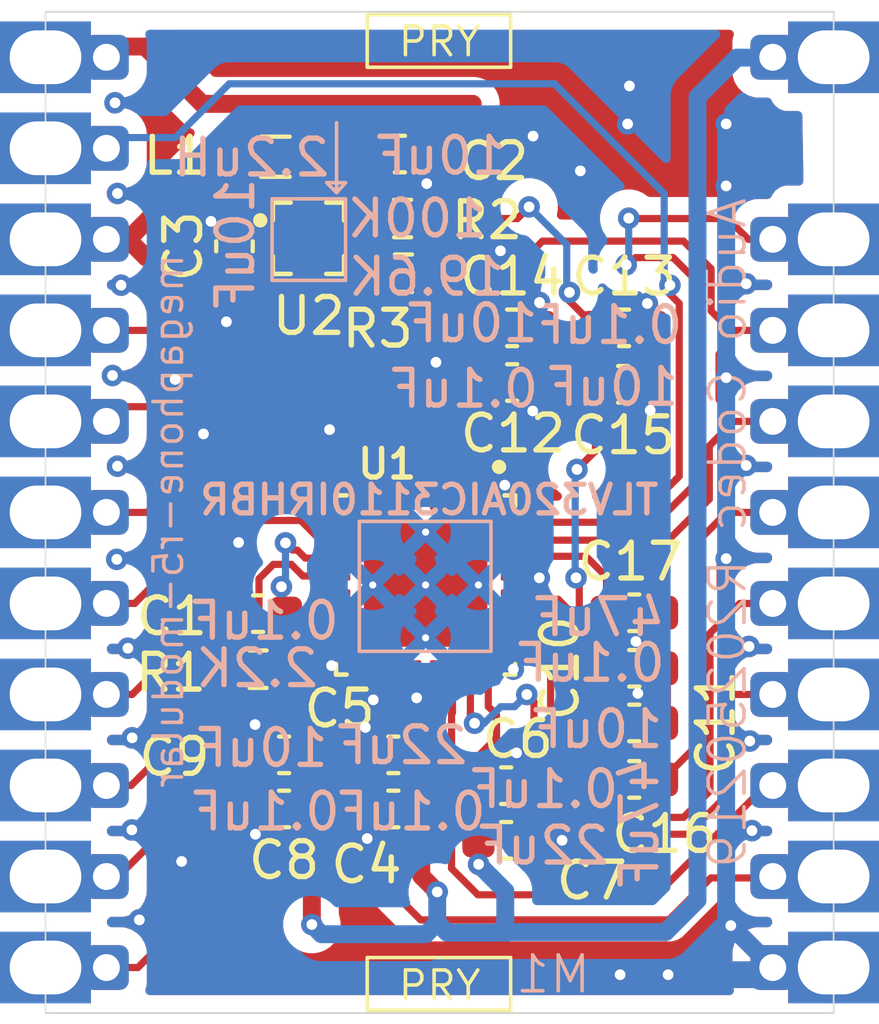
<source format=kicad_pcb>
(kicad_pcb (version 20241229) (generator "pcbnew") (generator_version "9.0")
  (layers (0 "F.Cu" signal) (2 "B.Cu" signal) (13 "F.Paste" user) (15 "B.Paste" user) (5 "F.SilkS" user "F.Silkscreen") (7 "B.SilkS" user "B.Silkscreen") (1 "F.Mask" user) (3 "B.Mask" user) (25 "Edge.Cuts" user))
  (net 0 "")
  (net 1 "DECOUPLE4")
  (net 2 "Net-(U1-MIC1RP)")
  (net 3 "GND")
  (net 4 "DECOUPLE1")
  (net 5 "SPEAKER_L_P")
  (net 6 "Net-(U1-HPR)")
  (net 7 "I2S_MCLK")
  (net 8 "I2S_DOUT")
  (net 9 "{slash}RESET")
  (net 10 "Net-(U1-MICBIAS)")
  (net 11 "SPEAKER_R_P")
  (net 12 "DECOUPLE5")
  (net 13 "WCLK")
  (net 14 "SPEAKER_R_M")
  (net 15 "Net-(U1-HPL)")
  (net 16 "GPIO1")
  (net 17 "SPEAKER_L_M")
  (net 18 "I2S_BCLK")
  (net 19 "SCL")
  (net 20 "I2S_DIN")
  (net 21 "SDA")
  (net 24 "3.5MM_MIC")
  (net 25 "3.5MM_LEFT")
  (net 26 "3.5MM_RIGHT")
  (net 27 "Net-(U2-VID)")
  (net 28 "V1.8_MODE")
  (net 30 "Net-(U2-SW)")
  (footprint "Capacitor_SMD:C_0603_1608Metric" (layer "F.Cu") (at 89.12857 70.014241)
    (property "Reference" "C16")
    (property "Value" "47uF")
  )
  (footprint "Capacitor_SMD:C_0603_1608Metric" (layer "F.Cu") (at 89.12857 65.364241)
    (property "Reference" "C17")
    (property "Value" "47uF")
  )
  (footprint "Capacitor_SMD:C_0603_1608Metric" (layer "F.Cu") (at 85.71857 58.939241)
    (property "Reference" "C12")
    (property "Value" "0.1uF")
  )
  (footprint "Resistor_SMD:R_0603_1608Metric" (layer "F.Cu") (at 78.62857 66.939241 180)
    (property "Reference" "R1")
    (property "Value" "2.2K")
  )
  (footprint "Capacitor_SMD:C_0603_1608Metric" (layer "F.Cu") (at 82.586218 52.564241 180)
    (property "Reference" "C2")
    (property "Value" "10uF")
  )
  (footprint "Capacitor_SMD:C_0603_1608Metric" (layer "F.Cu") (at 89.12857 66.914241)
    (property "Reference" "C10")
    (property "Value" "0.1uF")
  )
  (footprint "Capacitor_SMD:C_0603_1608Metric" (layer "F.Cu") (at 85.71857 57.414241)
    (property "Reference" "C14")
    (property "Value" "10uF")
  )
  (footprint "Capacitor_SMD:C_0603_1608Metric" (layer "F.Cu") (at 85.55357 71.714241)
    (property "Reference" "C7")
    (property "Value" "22uF")
  )
  (footprint "Capacitor_SMD:C_0603_1608Metric" (layer "F.Cu") (at 89.12857 68.439241)
    (property "Reference" "C11")
    (property "Value" "10uF")
  )
  (footprint "Resistor_SMD:R_0603_1608Metric" (layer "F.Cu") (at 82.661218 54.364241 180)
    (property "Reference" "R3")
    (property "Value" "100K")
  )
  (footprint "Capacitor_SMD:C_0603_1608Metric" (layer "F.Cu") (at 85.55357 70.189241)
    (property "Reference" "C6")
    (property "Value" "0.1uF")
  )
  (footprint "Capacitor_SMD:C_0603_1608Metric" (layer "F.Cu") (at 82.40357 69.329241 180)
    (property "Reference" "C5")
    (property "Value" "22uF")
  )
  (footprint "audio-codec:BGA9C50P3X3_187X165X66N" (layer "F.Cu") (at 80.03357 54.914241)
    (property "Reference" "U2")
    (property "Value" "ADP5301ACBZ-1-R7" (hide yes))
  )
  (footprint "audio-codec:IC_ADS125H01IRHBT" (layer "F.Cu") (at 83.30357 64.589241 -90)
    (property "Reference" "U1")
    (property "Value" "TLV320AIC3110IRHBR")
  )
  (footprint "Capacitor_SMD:C_0603_1608Metric" (layer "F.Cu") (at 88.84357 57.414241)
    (property "Reference" "C13")
    (property "Value" "0.1uF")
  )
  (footprint "Capacitor_SMD:C_0603_1608Metric" (layer "F.Cu") (at 79.35357 69.329241 180)
    (property "Reference" "C9")
    (property "Value" "10uF")
  )
  (footprint "Capacitor_SMD:C_0603_1608Metric" (layer "F.Cu") (at 88.81857 58.989241)
    (property "Reference" "C15")
    (property "Value" "10uF")
  )
  (footprint "Capacitor_SMD:C_0603_1608Metric" (layer "F.Cu") (at 77.96857 55.139241 90)
    (property "Reference" "C3")
    (property "Value" "10uF")
  )
  (footprint "Resistor_SMD:R_0603_1608Metric" (layer "F.Cu") (at 82.686218 55.889241)
    (property "Reference" "R2")
    (property "Value" "19.6K")
  )
  (footprint "Capacitor_SMD:C_0603_1608Metric" (layer "F.Cu") (at 78.62857 65.389241 180)
    (property "Reference" "C1")
    (property "Value" "0.1uF")
  )
  (footprint "Capacitor_SMD:C_0603_1608Metric" (layer "F.Cu") (at 79.35357 70.839241 180)
    (property "Reference" "C8")
    (property "Value" "0.1uF")
  )
  (footprint "Inductor_SMD:L_0805_2012Metric" (layer "F.Cu") (at 79.111218 52.639241 180)
    (property "Reference" "L1")
    (property "Value" "2.2uH")
  )
  (footprint "Capacitor_SMD:C_0603_1608Metric" (layer "F.Cu") (at 82.40357 70.839241 180)
    (property "Reference" "C4")
    (property "Value" "0.1uF")
  )
  (footprint "MegaCastle:MegaCastle2x11-Module-I22.0x23.1-MBFFFFC-SPAREPAD" (layer "B.Cu") (at 83.69357 62.564241 180)
    (property "Reference" "M1")
    (property "Value" "~")
    (fp_line (start 11 13.97) (end 11 -13.97) (stroke (width 0.05)) (layer "Edge.Cuts"))
    (fp_line (start -11 13.97) (end 11 13.97) (stroke (width 0.05)) (layer "Edge.Cuts"))
    (fp_line (start -11 13.97) (end -11 -13.97) (stroke (width 0.05)) (layer "Edge.Cuts"))
    (fp_line (start -11 -13.97) (end 11 -13.97) (stroke (width 0.05)) (layer "Edge.Cuts"))
  )
  (gr_rect (start 81.45357 62.814241) (end 85.12857 66.439241) (stroke (width 0.1)) (fill no) (layer "B.SilkS"))
  (gr_line (start 80.81857 51.689241) (end 80.81857 53.639241) (stroke (width 0.1)) (layer "B.SilkS"))
  (gr_line (start 81.06857 53.364241) (end 80.81857 53.639241) (stroke (width 0.1)) (layer "B.SilkS"))
  (gr_line (start 80.81857 53.639241) (end 80.54357 53.364241) (stroke (width 0.1)) (layer "B.SilkS"))
  (gr_line (start 80.54357 53.364241) (end 81.06857 53.364241) (stroke (width 0.1)) (layer "B.SilkS"))
  (gr_rect (start 79.01857 53.814241) (end 81.06857 56.089241) (stroke (width 0.1)) (fill no) (layer "B.SilkS"))
  (gr_text "megaphone-r5-modular" (at 76.59357 55.289241 90) (layer "B.SilkS") (effects (font (size 0.8 0.8) (thickness 0.1)) (justify left bottom mirror)))
  (gr_text "Audio Codec R20250219" (at 92.31857 53.714241 90) (layer "B.SilkS") (effects (font (size 1 1) (thickness 0.1)) (justify left bottom mirror)))
  (segment (start 84.61857 51.164241) (end 77.06857 51.164241) (width 0.5) (layer "F.Cu") (net 1))
  (segment (start 86.12857 60.904241) (end 88.04357 58.989241) (width 0.2) (layer "F.Cu") (net 1))
  (segment (start 87.00357 64.989241) (end 86.230041 64.989241) (width 0.2) (layer "F.Cu") (net 1))
  (segment (start 81.361218 53.589241) (end 80.536218 54.414241) (width 0.2) (layer "F.Cu") (net 1))
  (segment (start 87.31857 56.664241) (end 88.06857 57.414241) (width 0.2) (layer "F.Cu") (net 1))
  (segment (start 87.52857 65.514241) (end 87.00357 64.989241) (width 0.2) (layer "F.Cu") (net 1))
  (segment (start 87.59357 64.479241) (end 87.50357 64.389241) (width 0.2) (layer "F.Cu") (net 1))
  (segment (start 86.080041 64.839241) (end 85.70357 64.839241) (width 0.2) (layer "F.Cu") (net 1))
  (segment (start 85.506746 60.904241) (end 86.12857 60.904241) (width 0.2) (layer "F.Cu") (net 1))
  (segment (start 87.52857 65.514241) (end 87.59357 65.449241) (width 0.2) (layer "F.Cu") (net 1))
  (segment (start 86.230041 64.989241) (end 86.080041 64.839241) (width 0.2) (layer "F.Cu") (net 1))
  (segment (start 87.60357 65.589241) (end 87.52857 65.514241) (width 0.2) (layer "F.Cu") (net 1))
  (segment (start 83.486218 54.364241) (end 84.261218 53.589241) (width 0.5) (layer "F.Cu") (net 1))
  (segment (start 86.19357 54.039241) (end 85.86857 54.364241) (width 0.2) (layer "F.Cu") (net 1))
  (segment (start 81.811218 53.039241) (end 81.811218 52.564241) (width 0.2) (layer "F.Cu") (net 1))
  (segment (start 88.35357 66.914241) (end 88.35357 68.439241) (width 0.2) (layer "F.Cu") (net 1))
  (segment (start 87.52857 61.364241) (end 88.04357 60.849241) (width 0.2) (layer "F.Cu") (net 1))
  (segment (start 88.04357 58.989241) (end 88.04357 57.439241) (width 0.2) (layer "F.Cu") (net 1))
  (segment (start 81.361218 53.489241) (end 81.811218 53.039241) (width 0.2) (layer "F.Cu") (net 1))
  (segment (start 88.04357 57.439241) (end 88.06857 57.414241) (width 0.2) (layer "F.Cu") (net 1))
  (segment (start 82.411218 53.589241) (end 81.361218 53.589241) (width 0.2) (layer "F.Cu") (net 1))
  (segment (start 77.06857 51.164241) (end 75.46857 49.564241) (width 0.5) (layer "F.Cu") (net 1))
  (segment (start 83.486218 54.364241) (end 83.186218 54.364241) (width 0.2) (layer "F.Cu") (net 1))
  (segment (start 88.35357 66.914241) (end 87.60357 66.164241) (width 0.2) (layer "F.Cu") (net 1))
  (segment (start 85.86857 54.364241) (end 83.486218 54.364241) (width 0.2) (layer "F.Cu") (net 1))
  (segment (start 81.361218 53.589241) (end 81.361218 53.489241) (width 0.2) (layer "F.Cu") (net 1))
  (segment (start 84.261218 53.589241) (end 84.261218 52.193775) (width 0.5) (layer "F.Cu") (net 1))
  (segment (start 88.04357 60.849241) (end 88.04357 58.989241) (width 0.2) (layer "F.Cu") (net 1))
  (segment (start 84.61857 51.836423) (end 84.61857 51.164241) (width 0.5) (layer "F.Cu") (net 1))
  (segment (start 80.536218 54.414241) (end 80.036218 54.414241) (width 0.2) (layer "F.Cu") (net 1))
  (segment (start 87.60357 66.164241) (end 87.60357 65.589241) (width 0.2) (layer "F.Cu") (net 1))
  (segment (start 83.186218 54.364241) (end 82.411218 53.589241) (width 0.2) (layer "F.Cu") (net 1))
  (segment (start 84.261218 52.193775) (end 84.61857 51.836423) (width 0.5) (layer "F.Cu") (net 1))
  (segment (start 75.46857 49.564241) (end 73.69857 49.564241) (width 0.5) (layer "F.Cu") (net 1))
  (segment (start 87.59357 65.449241) (end 87.59357 64.479241) (width 0.2) (layer "F.Cu") (net 1))
  (segment (start 84.55357 62.189241) (end 84.55357 61.857417) (width 0.2) (layer "F.Cu") (net 1))
  (segment (start 84.55357 61.857417) (end 85.506746 60.904241) (width 0.2) (layer "F.Cu") (net 1))
  (segment (start 87.31857 56.424241) (end 87.31857 56.664241) (width 0.2) (layer "F.Cu") (net 1))
  (via (at 87.31857 56.424241) (size 0.6) (drill 0.3) (layers "F.Cu" "B.Cu") (net 1))
  (via (at 87.50357 64.389241) (size 0.6) (drill 0.3) (layers "F.Cu" "B.Cu") (net 1))
  (via (at 87.52857 61.364241) (size 0.6) (drill 0.3) (layers "F.Cu" "B.Cu") (net 1))
  (via (at 86.19357 54.039241) (size 0.6) (drill 0.3) (layers "F.Cu" "B.Cu") (net 1))
  (segment (start 87.47857 64.364241) (end 87.50357 64.389241) (width 0.2) (layer "B.Cu") (net 1))
  (segment (start 87.52857 61.364241) (end 87.47857 61.414241) (width 0.2) (layer "B.Cu") (net 1))
  (segment (start 87.31857 56.424241) (end 87.24357 56.349241) (width 0.2) (layer "B.Cu") (net 1))
  (segment (start 87.24357 56.349241) (end 87.24357 55.089241) (width 0.2) (layer "B.Cu") (net 1))
  (segment (start 87.47857 61.414241) (end 87.47857 64.364241) (width 0.2) (layer "B.Cu") (net 1))
  (segment (start 87.24357 55.089241) (end 86.19357 54.039241) (width 0.2) (layer "B.Cu") (net 1))
  (segment (start 79.278528 65.264199) (end 79.40357 65.389241) (width 0.2) (layer "F.Cu") (net 2))
  (segment (start 79.278528 64.637812) (end 79.278528 65.264199) (width 0.2) (layer "F.Cu") (net 2))
  (segment (start 79.392813 63.414241) (end 79.592813 63.614241) (width 0.2) (layer "F.Cu") (net 2))
  (segment (start 79.592813 63.614241) (end 79.720559 63.614241) (width 0.2) (layer "F.Cu") (net 2))
  (segment (start 79.720559 63.614241) (end 79.945559 63.839241) (width 0.2) (layer "F.Cu") (net 2))
  (segment (start 79.40357 65.389241) (end 80.85357 65.389241) (width 0.2) (layer "F.Cu") (net 2))
  (segment (start 80.85357 65.389241) (end 80.90357 65.339241) (width 0.2) (layer "F.Cu") (net 2))
  (segment (start 79.945559 63.839241) (end 80.90357 63.839241) (width 0.2) (layer "F.Cu") (net 2))
  (via (at 79.392813 63.414241) (size 0.6) (drill 0.3) (layers "F.Cu" "B.Cu") (net 2))
  (via (at 79.278528 64.637812) (size 0.6) (drill 0.3) (layers "F.Cu" "B.Cu") (net 2))
  (segment (start 79.392813 64.523527) (end 79.278528 64.637812) (width 0.2) (layer "B.Cu") (net 2))
  (segment (start 79.392813 63.414241) (end 79.392813 64.523527) (width 0.2) (layer "B.Cu") (net 2))
  (segment (start 78.57857 69.329241) (end 78.57857 68.519241) (width 0.5) (layer "F.Cu") (net 3))
  (segment (start 78.661218 54.914241) (end 78.111218 54.364241) (width 0.2) (layer "F.Cu") (net 3))
  (segment (start 81.62857 69.329241) (end 81.62357 69.324241) (width 0.5) (layer "F.Cu") (net 3))
  (segment (start 91.69357 51.724241) (end 88.94357 51.724241) (width 0.5) (layer "F.Cu") (net 3))
  (segment (start 89.61857 57.109241) (end 89.61857 57.414241) (width 0.2) (layer "F.Cu") (net 3))
  (segment (start 85.70357 66.339241) (end 85.70357 66.889241) (width 0.2) (layer "F.Cu") (net 3))
  (segment (start 87.63357 53.034241) (end 88.94357 51.724241) (width 0.5) (layer "F.Cu") (net 3))
  (segment (start 80.90357 66.339241) (end 80.90357 66.614241) (width 0.2) (layer "F.Cu") (net 3))
  (segment (start 83.05357 66.989241) (end 83.07857 66.989241) (width 0.2) (layer "F.Cu") (net 3))
  (segment (start 86.49357 56.714241) (end 86.49357 57.414241) (width 0.2) (layer "F.Cu") (net 3))
  (segment (start 80.90357 66.614241) (end 80.67857 66.839241) (width 0.2) (layer "F.Cu") (net 3))
  (segment (start 89.90357 68.439241) (end 89.90357 68.289241) (width 0.2) (layer "F.Cu") (net 3))
  (segment (start 89.90357 68.289241) (end 89.22857 67.614241) (width 0.2) (layer "F.Cu") (net 3))
  (segment (start 86.32857 69.839241) (end 86.32857 70.189241) (width 0.5) (layer "F.Cu") (net 3))
  (segment (start 86.48357 56.704241) (end 86.49357 56.714241) (width 0.2) (layer "F.Cu") (net 3))
  (segment (start 85.70357 64.339241) (end 86.42857 64.339241) (width 0.2) (layer "F.Cu") (net 3))
  (segment (start 78.57857 68.519241) (end 78.54357 68.484241) (width 0.5) (layer "F.Cu") (net 3))
  (segment (start 80.036218 54.914241) (end 79.536218 54.914241) (width 0.2) (layer "F.Cu") (net 3))
  (segment (start 87.11357 71.714241) (end 86.32857 71.714241) (width 0.5) (layer "F.Cu") (net 3))
  (segment (start 84.136218 55.264241) (end 83.511218 55.889241) (width 0.2) (layer "F.Cu") (net 3))
  (segment (start 83.07857 66.989241) (end 83.10357 67.014241) (width 0.2) (layer "F.Cu") (net 3))
  (segment (start 83.05357 67.064241) (end 83.05357 67.739241) (width 0.2) (layer "F.Cu") (net 3))
  (segment (start 89.90357 68.439241) (end 89.90357 66.914241) (width 0.2) (layer "F.Cu") (net 3))
  (segment (start 85.70357 66.889241) (end 85.75357 66.939241) (width 0.2) (layer "F.Cu") (net 3))
  (segment (start 87.62357 53.034241) (end 87.63357 53.034241) (width 0.5) (layer "F.Cu") (net 3))
  (segment (start 83.335496 53.389241) (end 83.361218 53.363519) (width 0.2) (layer "F.Cu") (net 3))
  (segment (start 94.01857 74.964241) (end 92.86857 74.964241) (width 0.2) (layer "F.Cu") (net 3))
  (segment (start 89.17357 66.184241) (end 89.17357 66.164241) (width 0.2) (layer "F.Cu") (net 3))
  (segment (start 81.62857 71.619241) (end 81.67357 71.664241) (width 0.5) (layer "F.Cu") (net 3))
  (segment (start 89.59357 57.439241) (end 89.61857 57.414241) (width 0.2) (layer "F.Cu") (net 3))
  (segment (start 85.84357 69.274241) (end 85.84357 69.354241) (width 0.5) (layer "F.Cu") (net 3))
  (segment (start 77.54357 54.364241) (end 78.111218 54.364241) (width 0.2) (layer "F.Cu") (net 3))
  (segment (start 78.57857 71.519241) (end 78.55357 71.544241) (width 0.5) (layer "F.Cu") (net 3))
  (segment (start 89.49357 56.734241) (end 89.49357 56.984241) (width 0.2) (layer "F.Cu") (net 3))
  (segment (start 94.01857 74.964241) (end 93.86857 75.114241) (width 0.2) (layer "F.Cu") (net 3))
  (segment (start 79.536218 54.914241) (end 78.661218 54.914241) (width 0.2) (layer "F.Cu") (net 3))
  (segment (start 85.39357 55.264241) (end 84.136218 55.264241) (width 0.2) (layer "F.Cu") (net 3))
  (segment (start 81.84357 67.794241) (end 82.05357 67.584241) (width 0.2) (layer "F.Cu") (net 3))
  (segment (start 89.49357 56.984241) (end 89.61857 57.109241) (width 0.2) (layer "F.Cu") (net 3))
  (segment (start 86.42857 64.339241) (end 86.47857 64.389241) (width 0.2) (layer "F.Cu") (net 3))
  (segment (start 85.12857 62.189241) (end 85.05357 62.189241) (width 0.2) (layer "F.Cu") (net 3))
  (segment (start 89.59357 58.989241) (end 89.59357 59.694241) (width 0.5) (layer "F.Cu") (net 3))
  (segment (start 81.62857 70.839241) (end 81.62857 71.619241) (width 0.5) (layer "F.Cu") (net 3))
  (segment (start 89.59357 59.694241) (end 89.57357 59.714241) (width 0.5) (layer "F.Cu") (net 3))
  (segment (start 78.57857 70.839241) (end 78.57857 71.519241) (width 0.5) (layer "F.Cu") (net 3))
  (segment (start 85.84357 69.354241) (end 86.32857 69.839241) (width 0.5) (layer "F.Cu") (net 3))
  (segment (start 86.49357 58.939241) (end 86.49357 59.534241) (width 0.5) (layer "F.Cu") (net 3))
  (segment (start 81.62357 69.324241) (end 81.62357 68.564241) (width 0.5) (layer "F.Cu") (net 3))
  (segment (start 82.05357 67.584241) (end 82.05357 66.989241) (width 0.2) (layer "F.Cu") (net 3))
  (segment (start 85.51357 61.804241) (end 85.12857 62.189241) (width 0.2) (layer "F.Cu") (net 3))
  (segment (start 83.10357 67.014241) (end 83.05357 67.064241) (width 0.2) (layer "F.Cu") (net 3))
  (segment (start 89.90357 66.914241) (end 89.17357 66.184241) (width 0.2) (layer "F.Cu") (net 3))
  (segment (start 86.49357 59.534241) (end 86.29357 59.734241) (width 0.5) (layer "F.Cu") (net 3))
  (segment (start 83.361218 53.363519) (end 83.361218 52.564241) (width 0.2) (layer "F.Cu") (net 3))
  (via (at 86.29357 59.734241) (size 0.6) (drill 0.3) (layers "F.Cu" "B.Cu") (net 3))
  (via (at 80.62357 60.254241) (size 0.6) (drill 0.3) (layers "F.Cu" "B.Cu") (net 3))
  (via (at 89.17357 66.164241) (size 0.6) (drill 0.3) (layers "F.Cu" "B.Cu") (net 3))
  (via (at 74.56357 58.744241) (size 0.6) (drill 0.3) (layers "F.Cu" "B.Cu") (net 3))
  (via (at 80.67857 66.839241) (size 0.6) (drill 0.3) (layers "F.Cu" "B.Cu") (net 3))
  (via (at 92.41357 71.444241) (size 0.6) (drill 0.3) (layers "F.Cu" "B.Cu") (net 3))
  (via (at 86.48357 56.704241) (size 0.6) (drill 0.3) (layers "F.Cu" "B.Cu") (net 3))
  (via (at 77.74357 57.244241) (size 0.6) (drill 0.3) (layers "F.Cu" "B.Cu") (net 3))
  (via (at 91.69357 63.854241) (size 0.6) (drill 0.3) (layers "F.Cu" "B.Cu") (net 3))
  (via (at 88.94357 51.724241) (size 0.6) (drill 0.3) (layers "F.Cu" "B.Cu") (net 3))
  (via (at 83.335496 53.389241) (size 0.6) (drill 0.3) (layers "F.Cu" "B.Cu") (net 3))
  (via (at 78.08357 63.404241) (size 0.6) (drill 0.3) (layers "F.Cu" "B.Cu") (net 3))
  (via (at 76.31357 58.854241) (size 0.6) (drill 0.3) (layers "F.Cu" "B.Cu") (net 3))
  (via (at 91.69357 53.454241) (size 0.6) (drill 0.3) (layers "F.Cu" "B.Cu") (net 3))
  (via (at 76.49357 72.304241) (size 0.6) (drill 0.3) (layers "F.Cu" "B.Cu") (net 3))
  (via (at 83.05357 67.739241) (size 0.6) (drill 0.3) (layers "F.Cu" "B.Cu") (net 3))
  (via (at 74.70357 53.664241) (size 0.6) (drill 0.3) (layers "F.Cu" "B.Cu") (net 3))
  (via (at 86.30357 52.064241) (size 0.6) (drill 0.3) (layers "F.Cu" "B.Cu") (net 3))
  (via (at 88.73357 75.464241) (size 0.6) (drill 0.3) (layers "F.Cu" "B.Cu") (net 3))
  (via (at 92.25357 61.254241) (size 0.6) (drill 0.3) (layers "F.Cu" "B.Cu") (net 3))
  (via (at 74.70357 61.274241) (size 0.6) (drill 0.3) (layers "F.Cu" "B.Cu") (net 3))
  (via (at 77.31357 54.444241) (size 0.6) (drill 0.3) (layers "F.Cu" "B.Cu") (net 3))
  (via (at 86.47857 64.389241) (size 0.6) (drill 0.3) (layers "F.Cu" "B.Cu") (net 3))
  (via (at 81.62357 68.564241) (size 0.6) (drill 0.3) (layers "F.Cu" "B.Cu") (net 3))
  (via (at 81.84357 67.794241) (size 0.6) (drill 0.3) (layers "F.Cu" "B.Cu") (net 3))
  (via (at 78.54357 68.484241) (size 0.6) (drill 0.3) (layers "F.Cu" "B.Cu") (net 3))
  (via (at 75.31357 73.934241) (size 0.6) (drill 0.3) (layers "F.Cu" "B.Cu") (net 3))
  (via (at 75.11357 68.854241) (size 0.6) (drill 0.3) (layers "F.Cu" "B.Cu") (net 3))
  (via (at 87.62357 53.034241) (size 0.6) (drill 0.3) (layers "F.Cu" "B.Cu") (net 3))
  (via (at 85.39357 55.264241) (size 0.6) (drill 0.3) (layers "F.Cu" "B.Cu") (net 3))
  (via (at 77.10357 60.374241) (size 0.6) (drill 0.3) (layers "F.Cu" "B.Cu") (net 3))
  (via (at 74.80357 56.224241) (size 0.6) (drill 0.3) (layers "F.Cu" "B.Cu") (net 3))
  (via (at 85.75357 66.939241) (size 0.6) (drill 0.3) (layers "F.Cu" "B.Cu") (net 3))
  (via (at 85.84357 69.274241) (size 0.6) (drill 0.3) (layers "F.Cu" "B.Cu") (net 3))
  (via (at 85.51357 61.804241) (size 0.6) (drill 0.3) (layers "F.Cu" "B.Cu") (net 3))
  (via (at 88.99357 50.664241) (size 0.6) (drill 0.3) (layers "F.Cu" "B.Cu") (net 3))
  (via (at 75.10357 71.424241) (size 0.6) (drill 0.3) (layers "F.Cu" "B.Cu") (net 3))
  (via (at 89.49357 56.734241) (size 0.6) (drill 0.3) (layers "F.Cu" "B.Cu") (net 3))
  (via (at 81.67357 71.664241) (size 0.6) (drill 0.3) (layers "F.Cu" "B.Cu") (net 3))
  (via (at 89.22857 67.614241) (size 0.6) (drill 0.3) (layers "F.Cu" "B.Cu") (net 3))
  (via (at 74.68357 63.874241) (size 0.6) (drill 0.3) (layers "F.Cu" "B.Cu") (net 3))
  (via (at 74.99357 66.354241) (size 0.6) (drill 0.3) (layers "F.Cu" "B.Cu") (net 3))
  (via (at 92.35357 68.944241) (size 0.6) (drill 0.3) (layers "F.Cu" "B.Cu") (net 3))
  (via (at 91.69357 51.724241) (size 0.6) (drill 0.3) (layers "F.Cu" "B.Cu") (net 3))
  (via (at 90.07357 75.464241) (size 0.6) (drill 0.3) (layers "F.Cu" "B.Cu") (net 3))
  (via (at 74.63357 51.134241) (size 0.6) (drill 0.3) (layers "F.Cu" "B.Cu") (net 3))
  (via (at 89.57357 59.714241) (size 0.6) (drill 0.3) (layers "F.Cu" "B.Cu") (net 3))
  (via (at 91.82357 74.094241) (size 0.6) (drill 0.3) (layers "F.Cu" "B.Cu") (net 3))
  (via (at 91.69357 58.804241) (size 0.6) (drill 0.3) (layers "F.Cu" "B.Cu") (net 3))
  (via (at 83.59357 58.374241) (size 0.6) (drill 0.3) (layers "F.Cu" "B.Cu") (net 3))
  (via (at 92.25357 56.184241) (size 0.6) (drill 0.3) (layers "F.Cu" "B.Cu") (net 3))
  (via (at 87.11357 71.714241) (size 0.6) (drill 0.3) (layers "F.Cu" "B.Cu") (net 3))
  (via (at 92.33357 66.304241) (size 0.6) (drill 0.3) (layers "F.Cu" "B.Cu") (net 3))
  (via (at 78.55357 71.544241) (size 0.6) (drill 0.3) (layers "F.Cu" "B.Cu") (net 3))
  (segment (start 89.25357 62.839241) (end 89.20357 62.789241) (width 0.2) (layer "B.Cu") (net 3))
  (segment (start 77.50357 64.889241) (end 77.50357 62.964241) (width 0.2) (layer "B.Cu") (net 3))
  (segment (start 93.51857 75.464241) (end 90.07357 75.464241) (width 0.75) (layer "B.Cu") (net 3))
  (segment (start 91.82357 74.094241) (end 92.99357 75.264241) (width 0.5) (layer "B.Cu") (net 3))
  (segment (start 91.69357 53.454241) (end 91.69357 58.804241) (width 0.5) (layer "B.Cu") (net 3))
  (segment (start 91.69357 58.804241) (end 91.69357 63.854241) (width 0.5) (layer "B.Cu") (net 3))
  (segment (start 89.25357 65.164241) (end 89.25357 62.839241) (width 0.2) (layer "B.Cu") (net 3))
  (segment (start 88.73357 75.464241) (end 88.49357 75.464241) (width 0.75) (layer "B.Cu") (net 3))
  (segment (start 91.69357 73.964241) (end 91.82357 74.094241) (width 0.5) (layer "B.Cu") (net 3))
  (segment (start 91.69357 51.724241) (end 91.69357 53.454241) (width 0.5) (layer "B.Cu") (net 3))
  (segment (start 90.07357 75.464241) (end 88.73357 75.464241) (width 0.75) (layer "B.Cu") (net 3))
  (segment (start 91.69357 63.854241) (end 91.69357 73.964241) (width 0.5) (layer "B.Cu") (net 3))
  (segment (start 94.01857 74.964241) (end 93.51857 75.464241) (width 0.75) (layer "B.Cu") (net 3))
  (segment (start 84.77857 70.189241) (end 84.77857 70.039241) (width 0.2) (layer "F.Cu") (net 4))
  (segment (start 83.18357 72.709241) (end 83.18357 70.844241) (width 0.5) (layer "F.Cu") (net 4))
  (segment (start 84.78357 72.384241) (end 84.78357 71.889241) (width 0.2) (layer "F.Cu") (net 4))
  (segment (start 84.77857 69.359241) (end 85.28357 68.854241) (width 0.2) (layer "F.Cu") (net 4))
  (segment (start 84.77857 71.714241) (end 84.77857 70.189241) (width 0.2) (layer "F.Cu") (net 4))
  (segment (start 81.55357 66.989241) (end 80.12857 68.414241) (width 0.2) (layer "F.Cu") (net 4))
  (segment (start 83.18357 70.844241) (end 83.17857 70.839241) (width 0.5) (layer "F.Cu") (net 4))
  (segment (start 80.12857 69.329241) (end 80.12857 70.839241) (width 0.2) (layer "F.Cu") (net 4))
  (segment (start 80.12857 68.414241) (end 80.12857 69.329241) (width 0.2) (layer "F.Cu") (net 4))
  (segment (start 84.77857 70.039241) (end 84.77857 69.359241) (width 0.2) (layer "F.Cu") (net 4))
  (segment (start 83.55357 66.989241) (end 83.55357 67.390712) (width 0.2) (layer "F.Cu") (net 4))
  (segment (start 85.05357 67.981498) (end 85.05357 66.989241) (width 0.2) (layer "F.Cu") (net 4))
  (segment (start 83.55357 67.390712) (end 83.65357 67.490712) (width 0.2) (layer "F.Cu") (net 4))
  (segment (start 85.28357 68.854241) (end 85.28357 68.211498) (width 0.2) (layer "F.Cu") (net 4))
  (segment (start 83.65357 67.98777) (end 83.17857 68.46277) (width 0.2) (layer "F.Cu") (net 4))
  (segment (start 93.26857 49.564241) (end 94.01857 49.564241) (width 0.2) (layer "F.Cu") (net 4))
  (segment (start 84.78357 71.889241) (end 84.77857 71.884241) (width 0.2) (layer "F.Cu") (net 4))
  (segment (start 80.12857 74.064241) (end 80.12857 70.839241) (width 0.5) (layer "F.Cu") (net 4))
  (segment (start 83.62857 73.154241) (end 83.18357 72.709241) (width 0.5) (layer "F.Cu") (net 4))
  (segment (start 85.28357 68.211498) (end 85.05357 67.981498) (width 0.2) (layer "F.Cu") (net 4))
  (segment (start 84.77857 71.884241) (end 84.77857 70.039241) (width 0.5) (layer "F.Cu") (net 4))
  (segment (start 83.17857 68.46277) (end 83.17857 69.329241) (width 0.2) (layer "F.Cu") (net 4))
  (segment (start 83.17857 69.329241) (end 83.17857 70.839241) (width 0.2) (layer "F.Cu") (net 4))
  (segment (start 83.65357 67.490712) (end 83.65357 67.98777) (width 0.2) (layer "F.Cu") (net 4))
  (via (at 83.62857 73.154241) (size 0.6) (drill 0.3) (layers "F.Cu" "B.Cu") (net 4))
  (via (at 84.78357 72.384241) (size 0.6) (drill 0.3) (layers "F.Cu" "B.Cu") (net 4))
  (via (at 80.12857 74.064241) (size 0.6) (drill 0.3) (layers "F.Cu" "B.Cu") (net 4))
  (segment (start 85.52857 74.084241) (end 85.32357 74.289241) (width 0.5) (layer "B.Cu") (net 4))
  (segment (start 92.98357 49.874241) (end 92.99357 49.864241) (width 0.5) (layer "B.Cu") (net 4))
  (segment (start 93.71857 49.864241) (end 94.01857 49.564241) (width 0.5) (layer "B.Cu") (net 4))
  (segment (start 85.32357 74.289241) (end 85.58857 74.289241) (width 0.5) (layer "B.Cu") (net 4))
  (segment (start 83.62857 73.154241) (end 83.62857 74.014241) (width 0.5) (layer "B.Cu") (net 4))
  (segment (start 91.99357 49.874241) (end 92.98357 49.874241) (width 0.5) (layer "B.Cu") (net 4))
  (segment (start 85.32357 74.289241) (end 83.90357 74.289241) (width 0.5) (layer "B.Cu") (net 4))
  (segment (start 90.89357 50.974241) (end 91.99357 49.874241) (width 0.5) (layer "B.Cu") (net 4))
  (segment (start 83.62857 74.014241) (end 83.30857 74.334241) (width 0.5) (layer "B.Cu") (net 4))
  (segment (start 84.78357 72.384241) (end 85.52857 73.129241) (width 0.5) (layer "B.Cu") (net 4))
  (segment (start 80.39857 74.334241) (end 80.12857 74.064241) (width 0.5) (layer "B.Cu") (net 4))
  (segment (start 83.30857 74.334241) (end 80.39857 74.334241) (width 0.5) (layer "B.Cu") (net 4))
  (segment (start 85.58857 74.289241) (end 85.60357 74.274241) (width 0.5) (layer "B.Cu") (net 4))
  (segment (start 90.00357 74.274241) (end 90.89357 73.384241) (width 0.5) (layer "B.Cu") (net 4))
  (segment (start 85.60357 74.274241) (end 90.00357 74.274241) (width 0.5) (layer "B.Cu") (net 4))
  (segment (start 92.99357 49.864241) (end 93.71857 49.864241) (width 0.5) (layer "B.Cu") (net 4))
  (segment (start 85.52857 73.129241) (end 85.52857 74.084241) (width 0.5) (layer "B.Cu") (net 4))
  (segment (start 83.90357 74.289241) (end 83.62857 74.014241) (width 0.5) (layer "B.Cu") (net 4))
  (segment (start 90.89357 73.384241) (end 90.89357 50.974241) (width 0.5) (layer "B.Cu") (net 4))
  (segment (start 89.75357 73.234241) (end 84.76357 73.234241) (width 0.2) (layer "F.Cu") (net 5))
  (segment (start 92.80357 70.184241) (end 89.75357 73.234241) (width 0.2) (layer "F.Cu") (net 5))
  (segment (start 84.02857 68.178455) (end 84.05357 68.153455) (width 0.2) (layer "F.Cu") (net 5))
  (segment (start 84.05357 68.153455) (end 84.05357 66.989241) (width 0.2) (layer "F.Cu") (net 5))
  (segment (start 84.76357 73.234241) (end 84.02857 72.499241) (width 0.2) (layer "F.Cu") (net 5))
  (segment (start 84.02857 72.499241) (end 84.02857 68.178455) (width 0.2) (layer "F.Cu") (net 5))
  (segment (start 92.99357 70.184241) (end 92.80357 70.184241) (width 0.2) (layer "F.Cu") (net 5))
  (segment (start 85.75357 63.789241) (end 87.77857 63.789241) (width 0.2) (layer "F.Cu") (net 6))
  (segment (start 87.77857 63.789241) (end 88.35357 64.364241) (width 0.2) (layer "F.Cu") (net 6))
  (segment (start 85.70357 63.839241) (end 85.75357 63.789241) (width 0.2) (layer "F.Cu") (net 6))
  (segment (start 88.35357 64.364241) (end 88.35357 65.364241) (width 0.2) (layer "F.Cu") (net 6))
  (segment (start 81.55357 62.189241) (end 81.35357 61.989241) (width 0.2) (layer "F.Cu") (net 7))
  (segment (start 76.06857 66.689241) (end 75.11357 67.644241) (width 0.2) (layer "F.Cu") (net 7))
  (segment (start 76.06857 63.269241) (end 76.06857 66.689241) (width 0.2) (layer "F.Cu") (net 7))
  (segment (start 81.35357 61.989241) (end 77.34857 61.989241) (width 0.2) (layer "F.Cu") (net 7))
  (segment (start 77.34857 61.989241) (end 76.06857 63.269241) (width 0.2) (layer "F.Cu") (net 7))
  (segment (start 75.11357 67.644241) (end 74.39357 67.644241) (width 0.2) (layer "F.Cu") (net 7))
  (segment (start 76.01357 57.484241) (end 74.39357 57.484241) (width 0.2) (layer "F.Cu") (net 8))
  (segment (start 79.00357 58.014241) (end 76.54357 58.014241) (width 0.2) (layer "F.Cu") (net 8))
  (segment (start 83.55357 62.189241) (end 83.55357 59.794241) (width 0.2) (layer "F.Cu") (net 8))
  (segment (start 76.54357 58.014241) (end 76.01357 57.484241) (width 0.2) (layer "F.Cu") (net 8))
  (segment (start 79.50357 58.514241) (end 79.00357 58.014241) (width 0.2) (layer "F.Cu") (net 8))
  (segment (start 82.27357 58.514241) (end 79.50357 58.514241) (width 0.2) (layer "F.Cu") (net 8))
  (segment (start 83.55357 59.794241) (end 82.27357 58.514241) (width 0.2) (layer "F.Cu") (net 8))
  (segment (start 90.79357 56.034241) (end 90.79357 61.799241) (width 0.2) (layer "F.Cu") (net 9))
  (segment (start 88.97357 55.584241) (end 89.03357 55.584241) (width 0.2) (layer "F.Cu") (net 9))
  (segment (start 90.21357 55.454241) (end 90.79357 56.034241) (width 0.2) (layer "F.Cu") (net 9))
  (segment (start 91.73357 54.364241) (end 92.31357 54.944241) (width 0.2) (layer "F.Cu") (net 9))
  (segment (start 92.31357 54.944241) (end 92.99357 54.944241) (width 0.2) (layer "F.Cu") (net 9))
  (segment (start 88.90357 55.654241) (end 88.97357 55.584241) (width 0.2) (layer "F.Cu") (net 9))
  (segment (start 89.03357 55.584241) (end 89.16357 55.454241) (width 0.2) (layer "F.Cu") (net 9))
  (segment (start 90.79357 61.799241) (end 89.25357 63.339241) (width 0.2) (layer "F.Cu") (net 9))
  (segment (start 88.97357 54.354241) (end 88.98357 54.364241) (width 0.2) (layer "F.Cu") (net 9))
  (segment (start 89.16357 55.454241) (end 90.21357 55.454241) (width 0.2) (layer "F.Cu") (net 9))
  (segment (start 89.25357 63.339241) (end 85.70357 63.339241) (width 0.2) (layer "F.Cu") (net 9))
  (segment (start 88.98357 54.364241) (end 91.73357 54.364241) (width 0.2) (layer "F.Cu") (net 9))
  (via (at 88.90357 55.654241) (size 0.6) (drill 0.3) (layers "F.Cu" "B.Cu") (net 9))
  (via (at 88.97357 54.354241) (size 0.6) (drill 0.3) (layers "F.Cu" "B.Cu") (net 9))
  (segment (start 88.90357 55.654241) (end 88.90357 55.594241) (width 0.2) (layer "B.Cu") (net 9))
  (segment (start 88.90357 55.594241) (end 88.97357 55.524241) (width 0.2) (layer "B.Cu") (net 9))
  (segment (start 88.97357 55.524241) (end 88.97357 54.354241) (width 0.2) (layer "B.Cu") (net 9))
  (segment (start 79.879874 64.339241) (end 79.554874 64.014241) (width 0.2) (layer "F.Cu") (net 10))
  (segment (start 80.90357 64.339241) (end 79.879874 64.339241) (width 0.2) (layer "F.Cu") (net 10))
  (segment (start 78.65357 66.139241) (end 79.45357 66.939241) (width 0.2) (layer "F.Cu") (net 10))
  (segment (start 79.05357 64.014241) (end 78.65357 64.414241) (width 0.2) (layer "F.Cu") (net 10))
  (segment (start 78.65357 64.414241) (end 78.65357 66.139241) (width 0.2) (layer "F.Cu") (net 10))
  (segment (start 79.554874 64.014241) (end 79.05357 64.014241) (width 0.2) (layer "F.Cu") (net 10))
  (segment (start 86.035394 65.839241) (end 86.79357 66.597417) (width 0.2) (layer "F.Cu") (net 11))
  (segment (start 88.06357 71.074241) (end 90.50357 71.074241) (width 0.2) (layer "F.Cu") (net 11))
  (segment (start 91.24357 70.334241) (end 91.24357 65.934241) (width 0.2) (layer "F.Cu") (net 11))
  (segment (start 85.70357 65.839241) (end 86.035394 65.839241) (width 0.2) (layer "F.Cu") (net 11))
  (segment (start 86.79357 68.679241) (end 87.56857 69.454241) (width 0.2) (layer "F.Cu") (net 11))
  (segment (start 90.50357 71.074241) (end 91.24357 70.334241) (width 0.2) (layer "F.Cu") (net 11))
  (segment (start 87.56857 69.454241) (end 87.56857 70.579241) (width 0.2) (layer "F.Cu") (net 11))
  (segment (start 92.07357 65.104241) (end 92.99357 65.104241) (width 0.2) (layer "F.Cu") (net 11))
  (segment (start 86.79357 66.597417) (end 86.79357 68.679241) (width 0.2) (layer "F.Cu") (net 11))
  (segment (start 91.24357 65.934241) (end 92.07357 65.104241) (width 0.2) (layer "F.Cu") (net 11))
  (segment (start 87.56857 70.579241) (end 88.06357 71.074241) (width 0.2) (layer "F.Cu") (net 11))
  (segment (start 76.26857 55.444241) (end 75.49357 55.444241) (width 0.5) (layer "F.Cu") (net 12))
  (segment (start 77.30857 52.639241) (end 75.00357 54.944241) (width 0.5) (layer "F.Cu") (net 12))
  (segment (start 75.00357 54.944241) (end 74.39357 54.944241) (width 0.5) (layer "F.Cu") (net 12))
  (segment (start 80.036218 55.414241) (end 80.036218 55.598088) (width 0.2) (layer "F.Cu") (net 12))
  (segment (start 79.64433 55.914241) (end 80.036218 55.522353) (width 0.2) (layer "F.Cu") (net 12))
  (segment (start 78.111218 55.914241) (end 79.64433 55.914241) (width 0.2) (layer "F.Cu") (net 12))
  (segment (start 78.111218 55.914241) (end 76.73857 55.914241) (width 0.5) (layer "F.Cu") (net 12))
  (segment (start 80.036218 55.522353) (end 80.036218 55.414241) (width 0.2) (layer "F.Cu") (net 12))
  (segment (start 84.05357 59.829241) (end 84.94357 58.939241) (width 0.2) (layer "F.Cu") (net 12))
  (segment (start 76.73857 55.914241) (end 76.26857 55.444241) (width 0.5) (layer "F.Cu") (net 12))
  (segment (start 84.89357 58.939241) (end 84.86857 58.914241) (width 0.2) (layer "F.Cu") (net 12))
  (segment (start 74.99357 54.944241) (end 74.39357 54.944241) (width 0.5) (layer "F.Cu") (net 12))
  (segment (start 75.49357 55.444241) (end 74.99357 54.944241) (width 0.5) (layer "F.Cu") (net 12))
  (segment (start 84.05357 62.189241) (end 84.05357 59.829241) (width 0.2) (layer "F.Cu") (net 12))
  (segment (start 80.036218 55.598088) (end 81.622371 57.184241) (width 0.2) (layer "F.Cu") (net 12))
  (segment (start 84.56857 59.214241) (end 84.86857 58.914241) (width 0.2) (layer "F.Cu") (net 12))
  (segment (start 81.622371 57.184241) (end 84.71357 57.184241) (width 0.2) (layer "F.Cu") (net 12))
  (segment (start 84.94357 58.939241) (end 84.94357 57.414241) (width 0.2) (layer "F.Cu") (net 12))
  (segment (start 78.048718 52.639241) (end 77.30857 52.639241) (width 0.5) (layer "F.Cu") (net 12))
  (segment (start 84.71357 57.184241) (end 84.94357 57.414241) (width 0.2) (layer "F.Cu") (net 12))
  (segment (start 76.90857 61.189241) (end 75.53357 62.564241) (width 0.2) (layer "F.Cu") (net 13))
  (segment (start 81.95108 61.189241) (end 76.90857 61.189241) (width 0.2) (layer "F.Cu") (net 13))
  (segment (start 74.39357 62.564241) (end 74.26857 62.564241) (width 0.2) (layer "F.Cu") (net 13))
  (segment (start 74.26857 62.564241) (end 73.96857 62.264241) (width 0.2) (layer "F.Cu") (net 13))
  (segment (start 82.55357 61.791731) (end 81.95108 61.189241) (width 0.2) (layer "F.Cu") (net 13))
  (segment (start 75.53357 62.564241) (end 74.39357 62.564241) (width 0.2) (layer "F.Cu") (net 13))
  (segment (start 82.55357 62.189241) (end 82.55357 61.791731) (width 0.2) (layer "F.Cu") (net 13))
  (segment (start 84.670677 68.447134) (end 84.55357 68.330027) (width 0.2) (layer "F.Cu") (net 14))
  (segment (start 86.12857 67.645907) (end 86.32857 67.845907) (width 0.2) (layer "F.Cu") (net 14))
  (segment (start 90.62357 71.544241) (end 91.67357 70.494241) (width 0.2) (layer "F.Cu") (net 14))
  (segment (start 91.67357 67.844241) (end 91.87357 67.644241) (width 0.2) (layer "F.Cu") (net 14))
  (segment (start 91.87357 67.644241) (end 92.99357 67.644241) (width 0.2) (layer "F.Cu") (net 14))
  (segment (start 86.32857 68.779241) (end 87.15357 69.604241) (width 0.2) (layer "F.Cu") (net 14))
  (segment (start 87.15357 70.754241) (end 87.94357 71.544241) (width 0.2) (layer "F.Cu") (net 14))
  (segment (start 86.32857 67.845907) (end 86.32857 68.779241) (width 0.2) (layer "F.Cu") (net 14))
  (segment (start 91.67357 70.494241) (end 91.67357 67.844241) (width 0.2) (layer "F.Cu") (net 14))
  (segment (start 87.15357 69.604241) (end 87.15357 70.754241) (width 0.2) (layer "F.Cu") (net 14))
  (segment (start 87.94357 71.544241) (end 90.62357 71.544241) (width 0.2) (layer "F.Cu") (net 14))
  (segment (start 84.55357 68.330027) (end 84.55357 66.989241) (width 0.2) (layer "F.Cu") (net 14))
  (via (at 84.670677 68.447134) (size 0.6) (drill 0.3) (layers "F.Cu" "B.Cu") (net 14))
  (via (at 86.12857 67.645907) (size 0.6) (drill 0.3) (layers "F.Cu" "B.Cu") (net 14))
  (segment (start 84.670677 68.447134) (end 84.939405 68.447134) (width 0.2) (layer "B.Cu") (net 14))
  (segment (start 85.788372 67.986105) (end 86.12857 67.645907) (width 0.2) (layer "B.Cu") (net 14))
  (segment (start 85.400434 67.986105) (end 85.788372 67.986105) (width 0.2) (layer "B.Cu") (net 14))
  (segment (start 84.939405 68.447134) (end 85.400434 67.986105) (width 0.2) (layer "B.Cu") (net 14))
  (segment (start 85.70357 65.339241) (end 85.75357 65.389241) (width 0.2) (layer "F.Cu") (net 15))
  (segment (start 87.19357 68.489241) (end 87.60357 68.899241) (width 0.2) (layer "F.Cu") (net 15))
  (segment (start 87.60357 68.912937) (end 87.904874 69.214241) (width 0.2) (layer "F.Cu") (net 15))
  (segment (start 87.19357 65.829241) (end 87.19357 68.489241) (width 0.2) (layer "F.Cu") (net 15))
  (segment (start 87.91857 69.214241) (end 88.37857 69.674241) (width 0.2) (layer "F.Cu") (net 15))
  (segment (start 87.904874 69.214241) (end 87.91857 69.214241) (width 0.2) (layer "F.Cu") (net 15))
  (segment (start 88.37857 69.674241) (end 88.37857 70.014241) (width 0.2) (layer "F.Cu") (net 15))
  (segment (start 85.75357 65.389241) (end 86.75357 65.389241) (width 0.2) (layer "F.Cu") (net 15))
  (segment (start 87.60357 68.899241) (end 87.60357 68.912937) (width 0.2) (layer "F.Cu") (net 15))
  (segment (start 86.75357 65.389241) (end 87.19357 65.829241) (width 0.2) (layer "F.Cu") (net 15))
  (segment (start 90.38357 56.734241) (end 90.38357 61.554241) (width 0.2) (layer "F.Cu") (net 16))
  (segment (start 90.30107 61.639241) (end 89.10107 62.839241) (width 0.2) (layer "F.Cu") (net 16))
  (segment (start 90.12357 56.224241) (end 90.12357 56.474241) (width 0.2) (layer "F.Cu") (net 16))
  (segment (start 90.12357 56.474241) (end 90.38357 56.734241) (width 0.2) (layer "F.Cu") (net 16))
  (segment (start 90.29357 61.639241) (end 90.30107 61.639241) (width 0.2) (layer "F.Cu") (net 16))
  (segment (start 90.29857 61.639241) (end 90.29357 61.639241) (width 0.2) (layer "F.Cu") (net 16))
  (segment (start 89.10107 62.839241) (end 85.70357 62.839241) (width 0.2) (layer "F.Cu") (net 16))
  (segment (start 90.38357 61.554241) (end 90.29857 61.639241) (width 0.2) (layer "F.Cu") (net 16))
  (via (at 90.12357 56.224241) (size 0.6) (drill 0.3) (layers "F.Cu" "B.Cu") (net 16))
  (segment (start 76.32357 52.104241) (end 73.69857 52.104241) (width 0.2) (layer "B.Cu") (net 16))
  (segment (start 90.12357 56.224241) (end 89.96357 56.064241) (width 0.2) (layer "B.Cu") (net 16))
  (segment (start 89.96357 53.664241) (end 86.90357 50.604241) (width 0.2) (layer "B.Cu") (net 16))
  (segment (start 86.90357 50.604241) (end 77.82357 50.604241) (width 0.2) (layer "B.Cu") (net 16))
  (segment (start 77.82357 50.604241) (end 76.32357 52.104241) (width 0.2) (layer "B.Cu") (net 16))
  (segment (start 89.96357 56.064241) (end 89.96357 53.664241) (width 0.2) (layer "B.Cu") (net 16))
  (segment (start 92.99357 72.724241) (end 92.95357 72.764241) (width 0.2) (layer "F.Cu") (net 17))
  (segment (start 82.42857 68.855545) (end 82.67857 68.605545) (width 0.2) (layer "F.Cu") (net 17))
  (segment (start 82.67857 68.605545) (end 82.67857 68.21277) (width 0.2) (layer "F.Cu") (net 17))
  (segment (start 82.45357 67.98777) (end 82.45357 67.421065) (width 0.2) (layer "F.Cu") (net 17))
  (segment (start 82.55357 67.321065) (end 82.55357 66.989241) (width 0.2) (layer "F.Cu") (net 17))
  (segment (start 91.26357 72.764241) (end 90.09357 73.934241) (width 0.2) (layer "F.Cu") (net 17))
  (segment (start 83.16357 73.934241) (end 82.42857 73.199241) (width 0.2) (layer "F.Cu") (net 17))
  (segment (start 82.42857 73.199241) (end 82.42857 68.855545) (width 0.2) (layer "F.Cu") (net 17))
  (segment (start 82.67857 68.21277) (end 82.45357 67.98777) (width 0.2) (layer "F.Cu") (net 17))
  (segment (start 82.45357 67.421065) (end 82.55357 67.321065) (width 0.2) (layer "F.Cu") (net 17))
  (segment (start 90.09357 73.934241) (end 83.16357 73.934241) (width 0.2) (layer "F.Cu") (net 17))
  (segment (start 92.95357 72.764241) (end 91.26357 72.764241) (width 0.2) (layer "F.Cu") (net 17))
  (segment (start 82.05357 61.857417) (end 81.785394 61.589241) (width 0.2) (layer "F.Cu") (net 18))
  (segment (start 81.785394 61.589241) (end 77.11857 61.589241) (width 0.2) (layer "F.Cu") (net 18))
  (segment (start 75.64357 64.644241) (end 75.18357 65.104241) (width 0.2) (layer "F.Cu") (net 18))
  (segment (start 77.11857 61.589241) (end 75.64357 63.064241) (width 0.2) (layer "F.Cu") (net 18))
  (segment (start 82.05357 62.189241) (end 82.05357 61.857417) (width 0.2) (layer "F.Cu") (net 18))
  (segment (start 82.05357 62.189241) (end 82.05357 61.939241) (width 0.2) (layer "F.Cu") (net 18))
  (segment (start 75.64357 63.064241) (end 75.64357 64.644241) (width 0.2) (layer "F.Cu") (net 18))
  (segment (start 75.18357 65.104241) (end 74.39357 65.104241) (width 0.2) (layer "F.Cu") (net 18))
  (segment (start 74.72357 72.724241) (end 77.07357 70.374241) (width 0.2) (layer "F.Cu") (net 19))
  (segment (start 77.07357 70.374241) (end 77.07357 63.456298) (width 0.2) (layer "F.Cu") (net 19))
  (segment (start 74.39357 72.724241) (end 74.72357 72.724241) (width 0.2) (layer "F.Cu") (net 19))
  (segment (start 77.07357 63.456298) (end 77.740627 62.789241) (width 0.2) (layer "F.Cu") (net 19))
  (segment (start 80.36857 63.339241) (end 80.90357 63.339241) (width 0.2) (layer "F.Cu") (net 19))
  (segment (start 77.740627 62.789241) (end 79.81857 62.789241) (width 0.2) (layer "F.Cu") (net 19))
  (segment (start 79.81857 62.789241) (end 80.36857 63.339241) (width 0.2) (layer "F.Cu") (net 19))
  (segment (start 83.05357 60.764241) (end 81.90357 59.614241) (width 0.2) (layer "F.Cu") (net 20))
  (segment (start 81.90357 59.614241) (end 74.83857 59.614241) (width 0.2) (layer "F.Cu") (net 20))
  (segment (start 74.83857 59.614241) (end 74.42857 60.024241) (width 0.2) (layer "F.Cu") (net 20))
  (segment (start 83.05357 62.189241) (end 83.05357 60.764241) (width 0.2) (layer "F.Cu") (net 20))
  (segment (start 77.52857 62.389241) (end 76.536413 63.381398) (width 0.2) (layer "F.Cu") (net 21))
  (segment (start 75.08357 70.184241) (end 74.39357 70.184241) (width 0.2) (layer "F.Cu") (net 21))
  (segment (start 80.45357 62.389241) (end 77.52857 62.389241) (width 0.2) (layer "F.Cu") (net 21))
  (segment (start 76.536413 63.381398) (end 76.536413 68.731398) (width 0.2) (layer "F.Cu") (net 21))
  (segment (start 80.90357 62.839241) (end 80.45357 62.389241) (width 0.2) (layer "F.Cu") (net 21))
  (segment (start 76.536413 68.731398) (end 75.08357 70.184241) (width 0.2) (layer "F.Cu") (net 21))
  (segment (start 77.80357 72.734241) (end 75.27357 75.264241) (width 0.2) (layer "F.Cu") (net 24))
  (segment (start 75.27357 75.264241) (end 74.39357 75.264241) (width 0.2) (layer "F.Cu") (net 24))
  (segment (start 77.80357 66.939241) (end 77.80357 72.734241) (width 0.2) (layer "F.Cu") (net 24))
  (segment (start 77.85357 65.389241) (end 77.85357 66.889241) (width 0.2) (layer "F.Cu") (net 24))
  (segment (start 77.85357 66.889241) (end 77.80357 66.939241) (width 0.2) (layer "F.Cu") (net 24))
  (segment (start 89.92857 70.014241) (end 90.82357 69.119241) (width 0.2) (layer "F.Cu") (net 25))
  (segment (start 90.82357 69.119241) (end 90.82357 63.454241) (width 0.2) (layer "F.Cu") (net 25))
  (segment (start 90.82357 63.454241) (end 91.71357 62.564241) (width 0.2) (layer "F.Cu") (net 25))
  (segment (start 91.71357 62.564241) (end 92.99357 62.564241) (width 0.2) (layer "F.Cu") (net 25))
  (segment (start 91.22357 62.194241) (end 91.22357 60.709241) (width 0.2) (layer "F.Cu") (net 26))
  (segment (start 89.90357 65.364241) (end 89.90357 63.514241) (width 0.2) (layer "F.Cu") (net 26))
  (segment (start 91.90857 60.024241) (end 92.99357 60.024241) (width 0.2) (layer "F.Cu") (net 26))
  (segment (start 89.90357 63.514241) (end 91.22357 62.194241) (width 0.2) (layer "F.Cu") (net 26))
  (segment (start 91.22357 60.709241) (end 91.90857 60.024241) (width 0.2) (layer "F.Cu") (net 26))
  (segment (start 80.536218 55.414241) (end 81.386218 55.414241) (width 0.2) (layer "F.Cu") (net 27))
  (segment (start 81.386218 55.414241) (end 81.861218 55.889241) (width 0.2) (layer "F.Cu") (net 27))
  (segment (start 91.27357 55.764241) (end 91.27357 56.944241) (width 0.2) (layer "F.Cu") (net 28))
  (segment (start 84.934747 55.914241) (end 85.645041 55.914241) (width 0.2) (layer "F.Cu") (net 28))
  (segment (start 85.645041 55.914241) (end 86.565041 54.994241) (width 0.2) (layer "F.Cu") (net 28))
  (segment (start 81.836218 54.364241) (end 82.811218 55.339241) (width 0.2) (layer "F.Cu") (net 28))
  (segment (start 86.565041 54.994241) (end 90.50357 54.994241) (width 0.2) (layer "F.Cu") (net 28))
  (segment (start 81.286218 54.914241) (end 81.836218 54.364241) (width 0.2) (layer "F.Cu") (net 28))
  (segment (start 82.811218 55.339241) (end 82.811218 56.376889) (width 0.2) (layer "F.Cu") (net 28))
  (segment (start 82.811218 56.376889) (end 83.09857 56.664241) (width 0.2) (layer "F.Cu") (net 28))
  (segment (start 83.09857 56.664241) (end 84.184747 56.664241) (width 0.2) (layer "F.Cu") (net 28))
  (segment (start 90.50357 54.994241) (end 91.27357 55.764241) (width 0.2) (layer "F.Cu") (net 28))
  (segment (start 91.81357 57.484241) (end 92.99357 57.484241) (width 0.2) (layer "F.Cu") (net 28))
  (segment (start 80.536218 54.914241) (end 81.286218 54.914241) (width 0.2) (layer "F.Cu") (net 28))
  (segment (start 91.27357 56.944241) (end 91.81357 57.484241) (width 0.2) (layer "F.Cu") (net 28))
  (segment (start 84.184747 56.664241) (end 84.934747 55.914241) (width 0.2) (layer "F.Cu") (net 28))
  (segment (start 79.536218 53.276741) (end 80.173718 52.639241) (width 0.3) (layer "F.Cu") (net 30))
  (segment (start 79.536218 54.414241) (end 79.536218 53.276741) (width 0.3) (layer "F.Cu") (net 30))
  (zone (net 3) (net_name "GND") (layers "F.Cu" "B.Cu") (connect_pads (clearance 0.5)) (min_thickness 0.25) (fill yes (thermal_gap 0.5) (thermal_bridge_width 0.5))
    (polygon (pts (xy 73.948906 48.279636) (xy 73.616662 76.485449) (xy 94.23 76.46) (xy 93.767748 48.265834)))
  )
)
</source>
